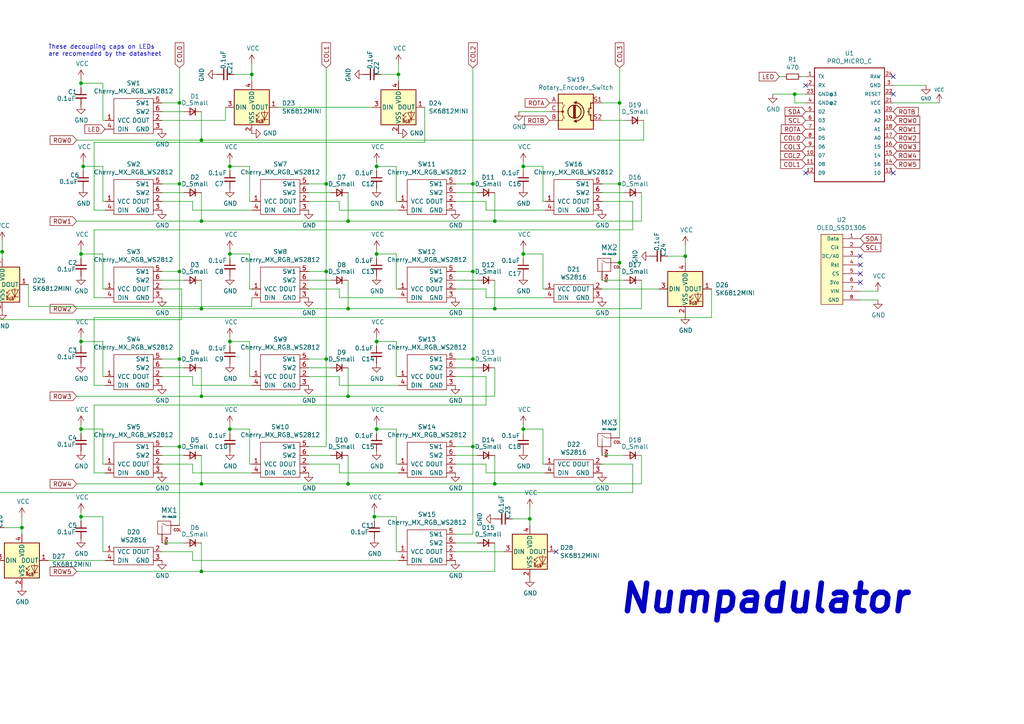
<source format=kicad_sch>
(kicad_sch (version 20211123) (generator eeschema)
  (paper "A4")
  (junction (at 109.22 73.66))
  (junction (at 0.635 73.025))
  (junction (at 23.495 73.66))
  (junction (at 58.42 89.535))
  (junction (at 179.705 53.34))
  (junction (at 52.07 78.74))
  (junction (at 151.765 48.26))
  (junction (at 66.675 99.06))
  (junction (at 94.615 78.74))
  (junction (at 66.675 124.46))
  (junction (at 58.42 165.735))
  (junction (at 23.495 149.86))
  (junction (at 198.755 74.295))
  (junction (at 179.705 29.845))
  (junction (at 52.07 53.34))
  (junction (at 52.07 129.54))
  (junction (at 58.42 114.935))
  (junction (at 137.16 78.74))
  (junction (at 109.22 99.06))
  (junction (at 66.675 48.26))
  (junction (at 24.13 48.26))
  (junction (at 100.965 89.535))
  (junction (at 108.585 149.86))
  (junction (at 100.965 64.135))
  (junction (at 137.16 104.14))
  (junction (at 52.07 104.14))
  (junction (at 52.07 29.845))
  (junction (at 109.22 48.26))
  (junction (at 115.57 21.59))
  (junction (at 137.16 53.34))
  (junction (at 94.615 104.14))
  (junction (at 100.965 114.935))
  (junction (at 179.705 76.2))
  (junction (at 6.35 153.035))
  (junction (at 230.505 27.305))
  (junction (at 66.675 73.66))
  (junction (at 137.16 129.54))
  (junction (at 153.67 150.495))
  (junction (at 58.42 40.64))
  (junction (at 58.42 140.335))
  (junction (at 58.42 64.135))
  (junction (at 94.615 53.34))
  (junction (at 23.495 24.13))
  (junction (at 23.495 124.46))
  (junction (at 143.51 89.535))
  (junction (at 23.495 99.06))
  (junction (at 143.51 140.335))
  (junction (at 109.22 124.46))
  (junction (at 151.765 124.46))
  (junction (at 73.025 21.59))
  (junction (at 151.765 73.66))
  (junction (at 100.965 140.335))
  (junction (at 143.51 64.135))
  (no_connect (at 249.555 76.835))
  (no_connect (at 259.08 27.305))
  (no_connect (at 233.68 24.765))
  (no_connect (at 249.555 79.375))
  (no_connect (at 259.08 22.225))
  (no_connect (at 233.68 50.165))
  (no_connect (at 161.29 160.02))
  (no_connect (at 259.08 50.165))
  (no_connect (at 249.555 81.915))
  (no_connect (at 249.555 74.295))
  (wire (pts (xy 114.935 99.06) (xy 114.935 109.22)))
  (wire (pts (xy 183.515 66.675) (xy 27.305 66.675)))
  (wire (pts (xy 183.515 58.42) (xy 183.515 66.675)))
  (wire (pts (xy 140.97 137.16) (xy 158.115 137.16)))
  (wire (pts (xy 174.625 58.42) (xy 183.515 58.42)))
  (wire (pts (xy 66.675 73.66) (xy 66.675 72.39)))
  (wire (pts (xy 115.57 160.02) (xy 114.935 160.02)))
  (wire (pts (xy 100.965 89.535) (xy 143.51 89.535)))
  (wire (pts (xy 89.535 81.28) (xy 95.885 81.28)))
  (wire (pts (xy 98.425 86.36) (xy 115.57 86.36)))
  (wire (pts (xy 98.425 58.42) (xy 98.425 60.96)))
  (wire (pts (xy 98.425 109.22) (xy 98.425 111.76)))
  (wire (pts (xy 109.22 74.93) (xy 109.22 73.66)))
  (wire (pts (xy 114.935 48.26) (xy 114.935 58.42)))
  (wire (pts (xy 114.935 149.86) (xy 114.935 160.02)))
  (wire (pts (xy 132.08 129.54) (xy 137.16 129.54)))
  (wire (pts (xy 24.13 48.26) (xy 29.845 48.26)))
  (wire (pts (xy 109.22 48.26) (xy 114.935 48.26)))
  (wire (pts (xy 249.555 86.995) (xy 254.635 86.995)))
  (wire (pts (xy 148.59 150.495) (xy 153.67 150.495)))
  (wire (pts (xy 159.385 32.385) (xy 150.495 32.385)))
  (wire (pts (xy 58.42 55.88) (xy 58.42 64.135)))
  (wire (pts (xy 22.225 64.135) (xy 58.42 64.135)))
  (wire (pts (xy 30.48 83.82) (xy 29.845 83.82)))
  (wire (pts (xy -10.795 162.56) (xy -1.27 162.56)))
  (wire (pts (xy 73.025 21.59) (xy 73.025 23.495)))
  (wire (pts (xy 259.08 29.845) (xy 272.415 29.845)))
  (wire (pts (xy 30.48 58.42) (xy 29.845 58.42)))
  (wire (pts (xy 67.945 21.59) (xy 73.025 21.59)))
  (wire (pts (xy 89.535 106.68) (xy 95.885 106.68)))
  (wire (pts (xy 0.635 73.025) (xy 0.635 69.85)))
  (wire (pts (xy 23.495 74.93) (xy 23.495 73.66)))
  (wire (pts (xy 58.42 132.08) (xy 58.42 140.335)))
  (wire (pts (xy 143.51 114.935) (xy 100.965 114.935)))
  (wire (pts (xy 143.51 81.28) (xy 143.51 89.535)))
  (wire (pts (xy 100.965 55.88) (xy 100.965 64.135)))
  (wire (pts (xy 29.845 149.86) (xy 29.845 160.02)))
  (wire (pts (xy 109.22 99.06) (xy 114.935 99.06)))
  (wire (pts (xy 58.42 89.535) (xy 100.965 89.535)))
  (wire (pts (xy 6.35 153.035) (xy 6.35 154.94)))
  (wire (pts (xy 66.675 49.53) (xy 66.675 48.26)))
  (wire (pts (xy 23.495 99.06) (xy 23.495 97.79)))
  (wire (pts (xy 132.08 109.22) (xy 140.97 109.22)))
  (wire (pts (xy 186.055 55.88) (xy 186.055 64.135)))
  (wire (pts (xy 23.495 151.13) (xy 23.495 149.86)))
  (wire (pts (xy 30.48 34.925) (xy 29.845 34.925)))
  (wire (pts (xy 27.305 66.675) (xy 27.305 86.36)))
  (wire (pts (xy 65.405 34.925) (xy 65.405 31.115)))
  (wire (pts (xy 137.16 129.54) (xy 137.16 154.94)))
  (wire (pts (xy 46.99 32.385) (xy 53.34 32.385)))
  (wire (pts (xy 109.22 49.53) (xy 109.22 48.26)))
  (wire (pts (xy 46.99 134.62) (xy 55.88 134.62)))
  (wire (pts (xy 157.48 73.66) (xy 157.48 83.82)))
  (wire (pts (xy 98.425 60.96) (xy 115.57 60.96)))
  (wire (pts (xy 46.99 109.22) (xy 55.88 109.22)))
  (wire (pts (xy 23.495 125.73) (xy 23.495 124.46)))
  (wire (pts (xy 132.08 154.94) (xy 137.16 154.94)))
  (wire (pts (xy 174.625 53.34) (xy 179.705 53.34)))
  (wire (pts (xy 123.19 31.115) (xy 123.19 41.275)))
  (wire (pts (xy 140.97 60.96) (xy 158.115 60.96)))
  (wire (pts (xy 27.305 86.36) (xy 30.48 86.36)))
  (wire (pts (xy 109.22 124.46) (xy 114.935 124.46)))
  (wire (pts (xy 183.515 134.62) (xy 183.515 142.875)))
  (wire (pts (xy 132.08 53.34) (xy 137.16 53.34)))
  (wire (pts (xy 89.535 109.22) (xy 98.425 109.22)))
  (wire (pts (xy 24.13 49.53) (xy 24.13 48.26)))
  (wire (pts (xy 132.08 132.08) (xy 138.43 132.08)))
  (wire (pts (xy 27.305 92.075) (xy 206.375 92.075)))
  (wire (pts (xy 52.07 104.14) (xy 52.07 129.54)))
  (wire (pts (xy 143.51 132.08) (xy 143.51 140.335)))
  (wire (pts (xy 137.16 78.74) (xy 137.16 104.14)))
  (wire (pts (xy 137.16 104.14) (xy 137.16 129.54)))
  (wire (pts (xy 30.48 160.02) (xy 29.845 160.02)))
  (wire (pts (xy 206.375 83.82) (xy 206.375 92.075)))
  (wire (pts (xy 115.57 21.59) (xy 115.57 23.495)))
  (wire (pts (xy 66.675 48.26) (xy 66.675 46.99)))
  (wire (pts (xy 89.535 55.88) (xy 95.885 55.88)))
  (wire (pts (xy 153.67 150.495) (xy 153.67 147.32)))
  (wire (pts (xy 186.055 132.08) (xy 186.055 140.335)))
  (wire (pts (xy 46.99 58.42) (xy 55.88 58.42)))
  (wire (pts (xy 227.33 22.225) (xy 226.06 22.225)))
  (wire (pts (xy 89.535 58.42) (xy 98.425 58.42)))
  (wire (pts (xy 55.88 134.62) (xy 55.88 137.16)))
  (wire (pts (xy 174.625 29.845) (xy 179.705 29.845)))
  (wire (pts (xy 108.585 149.86) (xy 108.585 148.59)))
  (wire (pts (xy 132.08 81.28) (xy 138.43 81.28)))
  (wire (pts (xy 23.495 124.46) (xy 23.495 123.19)))
  (wire (pts (xy 89.535 134.62) (xy 98.425 134.62)))
  (wire (pts (xy 55.88 58.42) (xy 55.88 60.96)))
  (wire (pts (xy 6.35 153.035) (xy 6.35 149.86)))
  (wire (pts (xy 8.255 88.9) (xy 73.025 88.9)))
  (wire (pts (xy 132.08 104.14) (xy 137.16 104.14)))
  (wire (pts (xy 100.965 81.28) (xy 100.965 89.535)))
  (wire (pts (xy 151.765 48.26) (xy 157.48 48.26)))
  (wire (pts (xy 100.965 106.68) (xy 100.965 114.935)))
  (wire (pts (xy 1.27 153.035) (xy 6.35 153.035)))
  (wire (pts (xy 109.22 100.33) (xy 109.22 99.06)))
  (wire (pts (xy 13.97 162.56) (xy 30.48 162.56)))
  (wire (pts (xy 158.115 58.42) (xy 157.48 58.42)))
  (wire (pts (xy 22.225 114.935) (xy 58.42 114.935)))
  (wire (pts (xy 29.845 24.13) (xy 29.845 34.925)))
  (wire (pts (xy 132.08 55.88) (xy 138.43 55.88)))
  (wire (pts (xy 23.495 24.13) (xy 23.495 22.86)))
  (wire (pts (xy 55.88 137.16) (xy 73.025 137.16)))
  (wire (pts (xy 98.425 111.76) (xy 115.57 111.76)))
  (wire (pts (xy 46.99 106.68) (xy 53.34 106.68)))
  (wire (pts (xy 153.67 150.495) (xy 153.67 152.4)))
  (wire (pts (xy 94.615 104.14) (xy 94.615 129.54)))
  (wire (pts (xy 27.305 60.96) (xy 30.48 60.96)))
  (wire (pts (xy 193.675 74.295) (xy 198.755 74.295)))
  (wire (pts (xy 46.99 29.845) (xy 52.07 29.845)))
  (wire (pts (xy 151.765 73.66) (xy 151.765 72.39)))
  (wire (pts (xy 29.845 99.06) (xy 29.845 109.22)))
  (wire (pts (xy 132.08 160.02) (xy 146.05 160.02)))
  (wire (pts (xy 27.305 117.475) (xy 27.305 137.16)))
  (wire (pts (xy 46.99 53.34) (xy 52.07 53.34)))
  (wire (pts (xy 230.505 29.845) (xy 230.505 27.305)))
  (wire (pts (xy 52.07 29.845) (xy 52.07 53.34)))
  (wire (pts (xy 174.625 83.82) (xy 191.135 83.82)))
  (wire (pts (xy 58.42 64.135) (xy 100.965 64.135)))
  (wire (pts (xy 29.845 48.26) (xy 29.845 58.42)))
  (wire (pts (xy 132.08 134.62) (xy 140.97 134.62)))
  (wire (pts (xy 23.495 25.4) (xy 23.495 24.13)))
  (wire (pts (xy 140.97 117.475) (xy 27.305 117.475)))
  (wire (pts (xy 151.765 48.26) (xy 151.765 46.99)))
  (wire (pts (xy 73.025 134.62) (xy 72.39 134.62)))
  (wire (pts (xy 115.57 83.82) (xy 114.935 83.82)))
  (wire (pts (xy 109.22 48.26) (xy 109.22 46.99)))
  (wire (pts (xy 52.07 129.54) (xy 52.07 152.4)))
  (wire (pts (xy 249.555 84.455) (xy 254.635 84.455)))
  (wire (pts (xy 55.88 160.02) (xy 55.88 162.56)))
  (wire (pts (xy 46.99 157.48) (xy 53.34 157.48)))
  (wire (pts (xy 30.48 109.22) (xy 29.845 109.22)))
  (wire (pts (xy 8.255 82.55) (xy 8.255 88.9)))
  (wire (pts (xy 198.755 74.295) (xy 198.755 71.12)))
  (wire (pts (xy 109.22 124.46) (xy 109.22 123.19)))
  (wire (pts (xy 52.07 78.74) (xy 52.07 104.14)))
  (wire (pts (xy 230.505 27.305) (xy 224.155 27.305)))
  (wire (pts (xy 30.48 134.62) (xy 29.845 134.62)))
  (wire (pts (xy 143.51 106.68) (xy 143.51 114.935)))
  (wire (pts (xy 174.625 134.62) (xy 183.515 134.62)))
  (wire (pts (xy 72.39 99.06) (xy 72.39 109.22)))
  (wire (pts (xy 140.97 134.62) (xy 140.97 137.16)))
  (wire (pts (xy 151.765 125.73) (xy 151.765 124.46)))
  (wire (pts (xy 151.765 124.46) (xy 151.765 123.19)))
  (wire (pts (xy 23.495 24.13) (xy 29.845 24.13)))
  (wire (pts (xy 66.675 99.06) (xy 72.39 99.06)))
  (wire (pts (xy 174.625 34.925) (xy 181.61 34.925)))
  (wire (pts (xy 66.675 48.26) (xy 72.39 48.26)))
  (wire (pts (xy 72.39 48.26) (xy 72.39 58.42)))
  (wire (pts (xy 46.99 55.88) (xy 53.34 55.88)))
  (wire (pts (xy 151.765 124.46) (xy 157.48 124.46)))
  (wire (pts (xy 73.025 83.82) (xy 72.39 83.82)))
  (wire (pts (xy 46.99 104.14) (xy 52.07 104.14)))
  (wire (pts (xy 94.615 53.34) (xy 94.615 78.74)))
  (wire (pts (xy 80.645 31.115) (xy 107.95 31.115)))
  (wire (pts (xy 23.495 100.33) (xy 23.495 99.06)))
  (wire (pts (xy 174.625 55.88) (xy 180.975 55.88)))
  (wire (pts (xy 89.535 83.82) (xy 98.425 83.82)))
  (wire (pts (xy 259.08 24.765) (xy 268.605 24.765)))
  (wire (pts (xy 132.08 106.68) (xy 138.43 106.68)))
  (wire (pts (xy 52.07 53.34) (xy 52.07 78.74)))
  (wire (pts (xy 24.13 48.26) (xy 24.13 46.99)))
  (wire (pts (xy 108.585 151.13) (xy 108.585 149.86)))
  (wire (pts (xy 143.51 64.135) (xy 186.055 64.135)))
  (wire (pts (xy 23.495 149.86) (xy 29.845 149.86)))
  (wire (pts (xy 0.635 73.025) (xy 0.635 74.93)))
  (wire (pts (xy 179.705 29.845) (xy 179.705 19.685)))
  (wire (pts (xy 89.535 53.34) (xy 94.615 53.34)))
  (wire (pts (xy 143.51 89.535) (xy 186.055 89.535)))
  (wire (pts (xy 46.99 83.82) (xy 52.705 83.82)))
  (wire (pts (xy 137.16 53.34) (xy 137.16 78.74)))
  (wire (pts (xy 233.68 22.225) (xy 232.41 22.225)))
  (wire (pts (xy 66.675 100.33) (xy 66.675 99.06)))
  (wire (pts (xy 29.845 124.46) (xy 29.845 134.62)))
  (wire (pts (xy 73.025 60.96) (xy 55.88 60.96)))
  (wire (pts (xy 46.99 160.02) (xy 55.88 160.02)))
  (wire (pts (xy 23.495 73.66) (xy 23.495 72.39)))
  (wire (pts (xy 179.705 53.34) (xy 179.705 29.845)))
  (wire (pts (xy 158.115 83.82) (xy 157.48 83.82)))
  (wire (pts (xy 198.755 74.295) (xy 198.755 76.2)))
  (wire (pts (xy 89.535 104.14) (xy 94.615 104.14)))
  (wire (pts (xy 151.765 49.53) (xy 151.765 48.26)))
  (wire (pts (xy 114.935 124.46) (xy 114.935 134.62)))
  (wire (pts (xy 132.08 157.48) (xy 138.43 157.48)))
  (wire (pts (xy 46.99 129.54) (xy 52.07 129.54)))
  (wire (pts (xy 73.025 58.42) (xy 72.39 58.42)))
  (wire (pts (xy 73.025 88.9) (xy 73.025 86.36)))
  (wire (pts (xy 115.57 109.22) (xy 114.935 109.22)))
  (wire (pts (xy 115.57 58.42) (xy 114.935 58.42)))
  (wire (pts (xy 140.97 86.36) (xy 158.115 86.36)))
  (wire (pts (xy 55.88 162.56) (xy 115.57 162.56)))
  (wire (pts (xy 72.39 124.46) (xy 72.39 134.62)))
  (wire (pts (xy 233.68 27.305) (xy 230.505 27.305)))
  (wire (pts (xy 52.705 92.71) (xy -6.985 92.71)))
  (wire (pts (xy 132.08 78.74) (xy 137.16 78.74)))
  (wire (pts (xy 29.845 73.66) (xy 29.845 83.82)))
  (wire (pts (xy 174.625 132.08) (xy 180.975 132.08)))
  (wire (pts (xy 23.495 73.66) (xy 29.845 73.66)))
  (wire (pts (xy 52.07 19.685) (xy 52.07 29.845)))
  (wire (pts (xy 115.57 21.59) (xy 115.57 18.415)))
  (wire (pts (xy 94.615 19.685) (xy 94.615 53.34)))
  (wire (pts (xy 143.51 140.335) (xy 186.055 140.335)))
  (wire (pts (xy 140.97 58.42) (xy 140.97 60.96)))
  (wire (pts (xy 58.42 114.935) (xy 100.965 114.935)))
  (wire (pts (xy 23.495 124.46) (xy 29.845 124.46)))
  (wire (pts (xy 98.425 134.62) (xy 98.425 137.16)))
  (wire (pts (xy 143.51 157.48) (xy 143.51 165.735)))
  (wire (pts (xy 100.965 140.335) (xy 143.51 140.335)))
  (wire (pts (xy 151.765 74.93) (xy 151.765 73.66)))
  (wire (pts (xy 46.99 81.28) (xy 53.34 81.28)))
  (wire (pts (xy 27.305 137.16) (xy 30.48 137.16)))
  (wire (pts (xy 52.705 83.82) (xy 52.705 92.71)))
  (wire (pts (xy 109.22 99.06) (xy 109.22 97.79)))
  (wire (pts (xy -4.445 73.025) (xy 0.635 73.025)))
  (wire (pts (xy 98.425 137.16) (xy 115.57 137.16)))
  (wire (pts (xy -10.795 142.875) (xy 183.515 142.875)))
  (wire (pts (xy 89.535 132.08) (xy 95.885 132.08)))
  (wire (pts (xy 186.69 34.925) (xy 186.69 40.64)))
  (wire (pts (xy 22.225 165.735) (xy 58.42 165.735)))
  (wire (pts (xy 55.88 109.22) (xy 55.88 111.76)))
  (wire (pts (xy 157.48 48.26) (xy 157.48 58.42)))
  (wire (pts (xy 58.42 40.64) (xy 22.225 40.64)))
  (wire (pts (xy 23.495 99.06) (xy 29.845 99.06)))
  (wire (pts (xy 46.99 34.925) (xy 65.405 34.925)))
  (wire (pts (xy -10.795 142.875) (xy -10.795 162.56)))
  (wire (pts (xy 23.495 149.86) (xy 23.495 148.59)))
  (wire (pts (xy 108.585 149.86) (xy 114.935 149.86)))
  (wire (pts (xy 46.99 78.74) (xy 52.07 78.74)))
  (wire (pts (xy 27.305 92.075) (xy 27.305 111.76)))
  (wire (pts (xy 100.965 132.08) (xy 100.965 140.335)))
  (wire (pts (xy 137.16 53.34) (xy 137.16 19.685)))
  (wire (pts (xy 143.51 55.88) (xy 143.51 64.135)))
  (wire (pts (xy 110.49 21.59) (xy 115.57 21.59)))
  (wire (pts (xy 132.08 83.82) (xy 140.97 83.82)))
  (wire (pts (xy 22.225 89.535) (xy 58.42 89.535)))
  (wire (pts (xy 58.42 140.335) (xy 100.965 140.335)))
  (wire (pts (xy 66.675 124.46) (xy 72.39 124.46)))
  (wire (pts (xy 140.97 83.82) (xy 140.97 86.36)))
  (wire (pts (xy 109.22 73.66) (xy 109.22 72.39)))
  (wire (pts (xy 27.305 41.275) (xy 27.305 60.96)))
  (wire (pts (xy 58.42 106.68) (xy 58.42 114.935)))
  (wire (pts (xy 22.225 140.335) (xy 58.42 140.335)))
  (wire (pts (xy 179.705 76.2) (xy 179.705 127)))
  (wire (pts (xy 140.97 109.22) (xy 140.97 117.475)))
  (wire (pts (xy 66.675 125.73) (xy 66.675 124.46)))
  (wire (pts (xy 66.675 73.66) (xy 72.39 73.66)))
  (wire (pts (xy 123.19 41.275) (xy 27.305 41.275)))
  (wire (pts (xy 89.535 129.54) (xy 94.615 129.54)))
  (wire (pts (xy 132.08 58.42) (xy 140.97 58.42)))
  (wire (pts (xy 179.705 53.34) (xy 179.705 76.2)))
  (wire (pts (xy 72.39 73.66) (xy 72.39 83.82)))
  (wire (pts (xy 151.765 73.66) (xy 157.48 73.66)))
  (wire (pts (xy 94.615 78.74) (xy 94.615 104.14)))
  (wire (pts (xy 174.625 81.28) (xy 180.975 81.28)))
  (wire (pts (xy 58.42 40.64) (xy 186.69 40.64)))
  (wire (pts (xy 157.48 124.46) (xy 157.48 134.62)))
  (wire (pts (xy 27.305 111.76) (xy 30.48 111.76)))
  (wire (pts (xy 55.88 111.76) (xy 73.025 111.76)))
  (wire (pts (xy 89.535 78.74) (xy 94.615 78.74)))
  (wire (pts (xy 73.025 21.59) (xy 73.025 18.415)))
  (wire (pts (xy 98.425 83.82) (xy 98.425 86.36)))
  (wire (pts (xy 73.025 109.22) (xy 72.39 109.22)))
  (wire (pts (xy 158.115 134.62) (xy 157.48 134.62)))
  (wire (pts (xy 58.42 32.385) (xy 58.42 40.64)))
  (wire (pts (xy 233.68 29.845) (xy 230.505 29.845)))
  (wire (pts (xy 58.42 81.28) (xy 58.42 89.535)))
  (wire (pts (xy 58.42 165.735) (xy 143.51 165.735)))
  (wire (pts (xy 58.42 157.48) (xy 58.42 165.735)))
  (wire (pts (xy 114.935 73.66) (xy 114.935 83.82)))
  (wire (pts (xy 109.22 125.73) (xy 109.22 124.46)))
  (wire (pts (xy 66.675 74.93) (xy 66.675 73.66)))
  (wire (pts (xy 109.22 73.66) (xy 114.935 73.66)))
  (wire (pts (xy 66.675 99.06) (xy 66.675 97.79)))
  (wire (pts (xy 46.99 132.08) (xy 53.34 132.08)))
  (wire (pts (xy 100.965 64.135) (xy 143.51 64.135)))
  (wire (pts (xy -6.985 92.71) (xy -6.985 82.55)))
  (wire (pts (xy 115.57 134.62) (xy 114.935 134.62)))
  (wire (pts (xy 186.055 81.28) (xy 186.055 89.535)))
  (wire (pts (xy 66.675 124.46) (xy 66.675 123.19)))
  (text "Numpadulator" (at 179.07 178.435 0) (effects (font (size 8.001 8.001) (thickness 1.6002) bold italic) (justify left bottom)))
  (text "These decoupling caps on LEDs\nare recomended by the datasheet" (at 13.97 16.51 0) (effects (font (size 1.27 1.27)) (justify left bottom)))
  (global_label "ROW1" (shape input) (at 22.225 64.135 180) (property "Intersheet References" "${INTERSHEET_REFS}" (effects hide)))
  (global_label "COL3" (shape input) (at 233.68 42.545 180) (property "Intersheet References" "${INTERSHEET_REFS}" (effects hide)))
  (global_label "COL2" (shape input) (at 233.68 45.085 180) (property "Intersheet References" "${INTERSHEET_REFS}" (effects hide)))
  (global_label "ROW1" (shape input) (at 259.08 37.465 0) (property "Intersheet References" "${INTERSHEET_REFS}" (effects hide)))
  (global_label "ROW0" (shape input) (at 22.225 40.64 180) (property "Intersheet References" "${INTERSHEET_REFS}" (effects hide)))
  (global_label "LED" (shape input) (at 30.48 37.465 180) (property "Intersheet References" "${INTERSHEET_REFS}" (effects hide)))
  (global_label "ROW5" (shape input) (at 22.225 165.735 180) (property "Intersheet References" "${INTERSHEET_REFS}" (effects hide)))
  (global_label "COL0" (shape input) (at 233.68 40.005 180) (property "Intersheet References" "${INTERSHEET_REFS}" (effects hide)))
  (global_label "ROW5" (shape input) (at 259.08 47.625 0) (property "Intersheet References" "${INTERSHEET_REFS}" (effects hide)))
  (global_label "ROTA" (shape input) (at 159.385 29.845 180) (property "Intersheet References" "${INTERSHEET_REFS}" (effects hide)))
  (global_label "COL3" (shape input) (at 179.705 19.685 90) (property "Intersheet References" "${INTERSHEET_REFS}" (effects hide)))
  (global_label "ROTB" (shape input) (at 159.385 34.925 180) (property "Intersheet References" "${INTERSHEET_REFS}" (effects hide)))
  (global_label "ROTB" (shape input) (at 259.08 32.385 0) (property "Intersheet References" "${INTERSHEET_REFS}" (effects hide)))
  (global_label "ROW2" (shape input) (at 22.225 89.535 180) (property "Intersheet References" "${INTERSHEET_REFS}" (effects hide)))
  (global_label "COL0" (shape input) (at 52.07 19.685 90) (property "Intersheet References" "${INTERSHEET_REFS}" (effects hide)))
  (global_label "ROW3" (shape input) (at 22.225 114.935 180) (property "Intersheet References" "${INTERSHEET_REFS}" (effects hide)))
  (global_label "ROW4" (shape input) (at 22.225 140.335 180) (property "Intersheet References" "${INTERSHEET_REFS}" (effects hide)))
  (global_label "LED" (shape input) (at 226.06 22.225 180) (property "Intersheet References" "${INTERSHEET_REFS}" (effects hide)))
  (global_label "SDA" (shape input) (at 233.68 32.385 180) (property "Intersheet References" "${INTERSHEET_REFS}" (effects hide)))
  (global_label "COL2" (shape input) (at 137.16 19.685 90) (property "Intersheet References" "${INTERSHEET_REFS}" (effects hide)))
  (global_label "SDA" (shape input) (at 249.555 69.215 0) (property "Intersheet References" "${INTERSHEET_REFS}" (effects hide)))
  (global_label "SCL" (shape input) (at 233.68 34.925 180) (property "Intersheet References" "${INTERSHEET_REFS}" (effects hide)))
  (global_label "ROW4" (shape input) (at 259.08 45.085 0) (property "Intersheet References" "${INTERSHEET_REFS}" (effects hide)))
  (global_label "SCL" (shape input) (at 249.555 71.755 0) (property "Intersheet References" "${INTERSHEET_REFS}" (effects hide)))
  (global_label "ROW2" (shape input) (at 259.08 40.005 0) (property "Intersheet References" "${INTERSHEET_REFS}" (effects hide)))
  (global_label "COL1" (shape input) (at 233.68 47.625 180) (property "Intersheet References" "${INTERSHEET_REFS}" (effects hide)))
  (global_label "ROW0" (shape input) (at 259.08 34.925 0) (property "Intersheet References" "${INTERSHEET_REFS}" (effects hide)))
  (global_label "ROW3" (shape input) (at 259.08 42.545 0) (property "Intersheet References" "${INTERSHEET_REFS}" (effects hide)))
  (global_label "ROTA" (shape input) (at 233.68 37.465 180) (property "Intersheet References" "${INTERSHEET_REFS}" (effects hide)))
  (global_label "COL1" (shape input) (at 94.615 19.685 90) (property "Intersheet References" "${INTERSHEET_REFS}" (effects hide)))
  (symbol (lib_id "PRO_MICRO_C:PRO_MICRO_C") (at 246.38 34.925 0) (unit 1)
    (property "Reference" "U1" (at 246.38 15.4432 0))
    (property "Value" "PRO_MICRO_C" (at 246.38 17.7546 0))
    (property "Footprint" "SparkFun-Boards:PRO_MICRO_C" (effects hide))
  )
  (symbol (lib_id "Numpadulator-rescue:Rotary_Encoder_Switch-Device") (at 167.005 32.385 0) (unit 1)
    (property "Reference" "SW19" (at 167.005 23.0632 0))
    (property "Value" "Rotary_Encoder_Switch" (at 167.005 25.3746 0))
    (property "Footprint" "Custom-parts:XDCR_PEC11R-4215F-S0024" (effects hide))
  )
  (symbol (lib_id "Custom_Library:OLED_SSD1306") (at 240.665 78.105 270) (unit 1)
    (property "Reference" "U2" (at 244.0432 63.754 90))
    (property "Value" "OLED_SSD1306" (at 244.0432 66.0654 90))
    (property "Footprint" "Display:Adafruit_SSD1306" (effects hide))
  )
  (symbol (lib_id "Numpadulator-rescue:VCC-power") (at 254.635 84.455 0) (unit 1)
    (property "Reference" "#PWR0101" (effects hide))
    (property "Value" "VCC" (at 255.016 80.0608 0))
  )
  (symbol (lib_id "Numpadulator-rescue:GND-power") (at 254.635 86.995 0) (unit 1)
    (property "Reference" "#PWR0102" (effects hide))
    (property "Value" "GND" (at 254.762 91.3892 0))
  )
  (symbol (lib_id "Numpadulator-rescue:VCC-power") (at 272.415 29.845 0) (unit 1)
    (property "Reference" "#PWR0105" (effects hide))
    (property "Value" "VCC" (at 272.415 26.035 0) (effects (font (size 0.9906 0.9906))))
  )
  (symbol (lib_id "Numpadulator-rescue:GND-power") (at 150.495 32.385 0) (unit 1)
    (property "Reference" "#PWR0103" (effects hide))
    (property "Value" "GND" (at 150.622 36.7792 0))
  )
  (symbol (lib_id "Numpadulator-rescue:GND-power") (at 268.605 24.765 0) (unit 1)
    (property "Reference" "#PWR0104" (effects hide))
    (property "Value" "GND" (at 268.605 28.575 0) (effects (font (size 0.9906 0.9906))))
  )
  (symbol (lib_id "Custom_Library:Cherry_MX_RGB_WS2812") (at 38.735 36.195 0) (unit 1)
    (property "Reference" "SW1" (at 38.735 24.13 0))
    (property "Value" "Cherry_MX_RGB_WS2812" (at 38.735 26.4414 0))
    (property "Footprint" "Custom-parts:Cherry-MX_PCB-Mounted_SK6812-MINI-E_Kailh_Socket" (effects hide))
  )
  (symbol (lib_id "Custom_Library:Cherry_MX_RGB_WS2812") (at 38.735 59.69 0) (unit 1)
    (property "Reference" "SW2" (at 38.735 47.625 0))
    (property "Value" "Cherry_MX_RGB_WS2812" (at 38.735 49.9364 0))
    (property "Footprint" "Custom-parts:Cherry-MX_PCB-Mounted_SK6812-MINI-E_Kailh_Socket" (effects hide))
  )
  (symbol (lib_id "Custom_Library:Cherry_MX_RGB_WS2812") (at 81.28 59.69 0) (unit 1)
    (property "Reference" "SW7" (at 81.28 47.625 0))
    (property "Value" "Cherry_MX_RGB_WS2812" (at 81.28 49.9364 0))
    (property "Footprint" "Custom-parts:Cherry-MX_PCB-Mounted_SK6812-MINI-E_Kailh_Socket" (effects hide))
  )
  (symbol (lib_id "Numpadulator-rescue:D_Small-Device") (at 55.88 32.385 180) (unit 1)
    (property "Reference" "D1" (at 56.515 27.94 0))
    (property "Value" "D_Small" (at 56.515 29.845 0))
    (property "Footprint" "Diode_SMD:D_SOD-123" (effects hide))
  )
  (symbol (lib_id "Numpadulator-rescue:D_Small-Device") (at 184.15 34.925 180) (unit 1)
    (property "Reference" "D19" (at 184.15 30.48 0))
    (property "Value" "D_Small" (at 184.15 32.385 0))
    (property "Footprint" "Diode_SMD:D_SOD-123" (effects hide))
  )
  (symbol (lib_id "Numpadulator-rescue:D_Small-Device") (at 55.88 55.88 180) (unit 1)
    (property "Reference" "D2" (at 56.515 51.435 0))
    (property "Value" "D_Small" (at 56.515 53.34 0))
    (property "Footprint" "Diode_SMD:D_SOD-123" (effects hide))
  )
  (symbol (lib_id "Numpadulator-rescue:D_Small-Device") (at 98.425 55.88 180) (unit 1)
    (property "Reference" "D7" (at 99.06 51.435 0))
    (property "Value" "D_Small" (at 99.06 53.34 0))
    (property "Footprint" "Diode_SMD:D_SOD-123" (effects hide))
  )
  (symbol (lib_id "Custom_Library:Cherry_MX_RGB_WS2812") (at 123.825 59.69 0) (unit 1)
    (property "Reference" "SW11" (at 123.825 47.625 0))
    (property "Value" "Cherry_MX_RGB_WS2812" (at 123.825 49.9364 0))
    (property "Footprint" "Custom-parts:Cherry-MX_PCB-Mounted_SK6812-MINI-E_Kailh_Socket" (effects hide))
  )
  (symbol (lib_id "Numpadulator-rescue:C_Small-Device") (at 109.22 52.07 0) (unit 1)
    (property "Reference" "C12" (at 104.775 53.34 0) (effects (justify left)))
    (property "Value" "0.1uF" (at 102.87 50.165 0) (effects (justify left)))
    (property "Footprint" "Capacitor_SMD:C_0805_2012Metric" (effects hide))
  )
  (symbol (lib_id "Numpadulator-rescue:GND-power") (at 109.22 54.61 0) (unit 1)
    (property "Reference" "#PWR0113" (effects hide))
    (property "Value" "GND" (at 109.347 59.0042 0))
  )
  (symbol (lib_id "Numpadulator-rescue:VCC-power") (at 109.22 46.99 0) (unit 1)
    (property "Reference" "#PWR0114" (effects hide))
    (property "Value" "VCC" (at 109.601 42.5958 0))
  )
  (symbol (lib_id "Numpadulator-rescue:D_Small-Device") (at 140.97 55.88 180) (unit 1)
    (property "Reference" "D11" (at 141.605 51.435 0))
    (property "Value" "D_Small" (at 141.605 53.34 0))
    (property "Footprint" "Diode_SMD:D_SOD-123" (effects hide))
  )
  (symbol (lib_id "Custom_Library:Cherry_MX_RGB_WS2812") (at 166.37 59.69 0) (unit 1)
    (property "Reference" "SW16" (at 166.37 47.625 0))
    (property "Value" "Cherry_MX_RGB_WS2812" (at 166.37 49.9364 0))
    (property "Footprint" "Custom-parts:Cherry-MX_PCB-Mounted_SK6812-MINI-E_Kailh_Socket" (effects hide))
  )
  (symbol (lib_id "Numpadulator-rescue:C_Small-Device") (at 151.765 52.07 0) (unit 1)
    (property "Reference" "C16" (at 147.32 53.34 0) (effects (justify left)))
    (property "Value" "0.1uF" (at 145.415 50.165 0) (effects (justify left)))
    (property "Footprint" "Capacitor_SMD:C_0805_2012Metric" (effects hide))
  )
  (symbol (lib_id "Numpadulator-rescue:GND-power") (at 151.765 54.61 0) (unit 1)
    (property "Reference" "#PWR0115" (effects hide))
    (property "Value" "GND" (at 151.892 59.0042 0))
  )
  (symbol (lib_id "Numpadulator-rescue:VCC-power") (at 151.765 46.99 0) (unit 1)
    (property "Reference" "#PWR0116" (effects hide))
    (property "Value" "VCC" (at 152.146 42.5958 0))
  )
  (symbol (lib_id "MX_Alps_Hybrid:MX-NoLED") (at 175.895 77.47 0) (unit 1)
    (property "Reference" "MX2" (at 176.7332 71.8058 0) (effects (font (size 1.524 1.524))))
    (property "Value" "MX-NoLED" (at 176.7332 73.6854 0) (effects (font (size 0.508 0.508))))
    (property "Footprint" "MX_Only:MXOnly-2U-Hotswap" (effects hide))
  )
  (symbol (lib_id "Numpadulator-rescue:D_Small-Device") (at 183.515 55.88 180) (unit 1)
    (property "Reference" "D16" (at 184.15 51.435 0))
    (property "Value" "D_Small" (at 184.15 53.34 0))
    (property "Footprint" "Diode_SMD:D_SOD-123" (effects hide))
  )
  (symbol (lib_id "MX_Alps_Hybrid:MX-NoLED") (at 175.895 128.27 0) (unit 1)
    (property "Reference" "MX3" (at 176.7332 122.6058 0) (effects (font (size 1.524 1.524))))
    (property "Value" "MX-NoLED" (at 176.7332 124.4854 0) (effects (font (size 0.508 0.508))))
    (property "Footprint" "MX_Only:MXOnly-2U-Hotswap" (effects hide))
  )
  (symbol (lib_id "MX_Alps_Hybrid:MX-NoLED") (at 48.26 153.67 0) (unit 1)
    (property "Reference" "MX1" (at 49.0982 148.0058 0) (effects (font (size 1.524 1.524))))
    (property "Value" "MX-NoLED" (at 49.0982 149.8854 0) (effects (font (size 0.508 0.508))))
    (property "Footprint" "MX_Only:MXOnly-2U-Hotswap" (effects hide))
  )
  (symbol (lib_id "Cherry_MX:WS2816") (at 166.37 85.09 0) (unit 1)
    (property "Reference" "D21" (at 166.37 78.105 0))
    (property "Value" "WS2816" (at 166.37 80.4164 0))
    (property "Footprint" "Custom-parts:SK6812-MINI-E" (effects hide))
  )
  (symbol (lib_id "Numpadulator-rescue:D_Small-Device") (at 98.425 81.28 180) (unit 1)
    (property "Reference" "D8" (at 99.06 76.835 0))
    (property "Value" "D_Small" (at 99.06 78.74 0))
    (property "Footprint" "Diode_SMD:D_SOD-123" (effects hide))
  )
  (symbol (lib_id "Numpadulator-rescue:D_Small-Device") (at 55.88 81.28 180) (unit 1)
    (property "Reference" "D3" (at 56.515 76.835 0))
    (property "Value" "D_Small" (at 56.515 78.74 0))
    (property "Footprint" "Diode_SMD:D_SOD-123" (effects hide))
  )
  (symbol (lib_id "Custom_Library:Cherry_MX_RGB_WS2812") (at 81.28 85.09 0) (unit 1)
    (property "Reference" "SW8" (at 81.28 73.025 0))
    (property "Value" "Cherry_MX_RGB_WS2812" (at 81.28 75.3364 0))
    (property "Footprint" "Custom-parts:Cherry-MX_PCB-Mounted_SK6812-MINI-E_Kailh_Socket" (effects hide))
  )
  (symbol (lib_id "Custom_Library:Cherry_MX_RGB_WS2812") (at 38.735 85.09 0) (unit 1)
    (property "Reference" "SW3" (at 38.735 73.025 0))
    (property "Value" "Cherry_MX_RGB_WS2812" (at 38.735 75.3364 0))
    (property "Footprint" "Custom-parts:Cherry-MX_PCB-Mounted_SK6812-MINI-E_Kailh_Socket" (effects hide))
  )
  (symbol (lib_id "Numpadulator-rescue:C_Small-Device") (at 23.495 77.47 0) (unit 1)
    (property "Reference" "C2" (at 19.685 76.2 0) (effects (justify left)))
    (property "Value" "0.1uF" (at 16.51 78.105 0) (effects (justify left)))
    (property "Footprint" "Capacitor_SMD:C_0805_2012Metric" (effects hide))
  )
  (symbol (lib_id "Numpadulator-rescue:GND-power") (at 23.495 80.01 0) (unit 1)
    (property "Reference" "#PWR0117" (effects hide))
    (property "Value" "GND" (at 23.622 84.4042 0))
  )
  (symbol (lib_id "Numpadulator-rescue:VCC-power") (at 23.495 72.39 0) (unit 1)
    (property "Reference" "#PWR0118" (effects hide))
    (property "Value" "VCC" (at 23.876 67.9958 0))
  )
  (symbol (lib_id "Numpadulator-rescue:C_Small-Device") (at 66.675 77.47 0) (unit 1)
    (property "Reference" "C8" (at 62.23 78.74 0) (effects (justify left)))
    (property "Value" "0.1uF" (at 60.325 75.565 0) (effects (justify left)))
    (property "Footprint" "Capacitor_SMD:C_0805_2012Metric" (effects hide))
  )
  (symbol (lib_id "Numpadulator-rescue:GND-power") (at 66.675 80.01 0) (unit 1)
    (property "Reference" "#PWR0119" (effects hide))
    (property "Value" "GND" (at 66.802 84.4042 0))
  )
  (symbol (lib_id "Numpadulator-rescue:VCC-power") (at 66.675 72.39 0) (unit 1)
    (property "Reference" "#PWR0120" (effects hide))
    (property "Value" "VCC" (at 67.056 67.9958 0))
  )
  (symbol (lib_id "Custom_Library:Cherry_MX_RGB_WS2812") (at 123.825 85.09 0) (unit 1)
    (property "Reference" "SW12" (at 123.825 73.025 0))
    (property "Value" "Cherry_MX_RGB_WS2812" (at 123.825 75.3364 0))
    (property "Footprint" "Custom-parts:Cherry-MX_PCB-Mounted_SK6812-MINI-E_Kailh_Socket" (effects hide))
  )
  (symbol (lib_id "Numpadulator-rescue:C_Small-Device") (at 109.22 77.47 0) (unit 1)
    (property "Reference" "C13" (at 104.775 78.74 0) (effects (justify left)))
    (property "Value" "0.1uF" (at 102.87 75.565 0) (effects (justify left)))
    (property "Footprint" "Capacitor_SMD:C_0805_2012Metric" (effects hide))
  )
  (symbol (lib_id "Numpadulator-rescue:GND-power") (at 109.22 80.01 0) (unit 1)
    (property "Reference" "#PWR0121" (effects hide))
    (property "Value" "GND" (at 109.347 84.4042 0))
  )
  (symbol (lib_id "Numpadulator-rescue:VCC-power") (at 109.22 72.39 0) (unit 1)
    (property "Reference" "#PWR0122" (effects hide))
    (property "Value" "VCC" (at 109.601 67.9958 0))
  )
  (symbol (lib_id "Numpadulator-rescue:D_Small-Device") (at 140.97 81.28 180) (unit 1)
    (property "Reference" "D12" (at 141.605 76.835 0))
    (property "Value" "D_Small" (at 141.605 78.74 0))
    (property "Footprint" "Diode_SMD:D_SOD-123" (effects hide))
  )
  (symbol (lib_id "Numpadulator-rescue:C_Small-Device") (at 151.765 77.47 0) (unit 1)
    (property "Reference" "C17" (at 147.32 79.375 0) (effects (justify left)))
    (property "Value" "0.1uF" (at 145.415 75.565 0) (effects (justify left)))
    (property "Footprint" "Capacitor_SMD:C_0805_2012Metric" (effects hide))
  )
  (symbol (lib_id "Numpadulator-rescue:GND-power") (at 151.765 80.01 0) (unit 1)
    (property "Reference" "#PWR0123" (effects hide))
    (property "Value" "GND" (at 151.892 84.4042 0))
  )
  (symbol (lib_id "Numpadulator-rescue:VCC-power") (at 151.765 72.39 0) (unit 1)
    (property "Reference" "#PWR0124" (effects hide))
    (property "Value" "VCC" (at 152.146 67.9958 0))
  )
  (symbol (lib_id "Numpadulator-rescue:D_Small-Device") (at 183.515 81.28 180) (unit 1)
    (property "Reference" "D17" (at 184.15 76.835 0))
    (property "Value" "D_Small" (at 184.15 78.74 0))
    (property "Footprint" "Diode_SMD:D_SOD-123" (effects hide))
  )
  (symbol (lib_id "Numpadulator-rescue:GND-power") (at 46.99 60.96 0) (unit 1)
    (property "Reference" "#PWR0125" (effects hide))
    (property "Value" "GND" (at 47.117 65.3542 0))
  )
  (symbol (lib_id "Numpadulator-rescue:GND-power") (at 89.535 60.96 0) (unit 1)
    (property "Reference" "#PWR0126" (effects hide))
    (property "Value" "GND" (at 89.662 65.3542 0))
  )
  (symbol (lib_id "Numpadulator-rescue:GND-power") (at 132.08 60.96 0) (unit 1)
    (property "Reference" "#PWR0127" (effects hide))
    (property "Value" "GND" (at 132.207 65.3542 0))
  )
  (symbol (lib_id "Numpadulator-rescue:GND-power") (at 174.625 60.96 0) (unit 1)
    (property "Reference" "#PWR0128" (effects hide))
    (property "Value" "GND" (at 174.752 65.3542 0))
  )
  (symbol (lib_id "Numpadulator-rescue:GND-power") (at 46.99 86.36 0) (unit 1)
    (property "Reference" "#PWR0129" (effects hide))
    (property "Value" "GND" (at 47.117 90.7542 0))
  )
  (symbol (lib_id "Numpadulator-rescue:GND-power") (at 89.535 86.36 0) (unit 1)
    (property "Reference" "#PWR0130" (effects hide))
    (property "Value" "GND" (at 89.662 90.7542 0))
  )
  (symbol (lib_id "Numpadulator-rescue:GND-power") (at 132.08 86.36 0) (unit 1)
    (property "Reference" "#PWR0131" (effects hide))
    (property "Value" "GND" (at 132.207 90.7542 0))
  )
  (symbol (lib_id "Numpadulator-rescue:GND-power") (at 174.625 86.36 0) (unit 1)
    (property "Reference" "#PWR0132" (effects hide))
    (property "Value" "GND" (at 174.752 90.7542 0))
  )
  (symbol (lib_id "Numpadulator-rescue:D_Small-Device") (at 98.425 106.68 180) (unit 1)
    (property "Reference" "D9" (at 99.06 102.235 0))
    (property "Value" "D_Small" (at 99.06 104.14 0))
    (property "Footprint" "Diode_SMD:D_SOD-123" (effects hide))
  )
  (symbol (lib_id "Numpadulator-rescue:D_Small-Device") (at 55.88 106.68 180) (unit 1)
    (property "Reference" "D4" (at 56.515 102.235 0))
    (property "Value" "D_Small" (at 56.515 104.14 0))
    (property "Footprint" "Diode_SMD:D_SOD-123" (effects hide))
  )
  (symbol (lib_id "Custom_Library:Cherry_MX_RGB_WS2812") (at 81.28 110.49 0) (unit 1)
    (property "Reference" "SW9" (at 81.28 98.425 0))
    (property "Value" "Cherry_MX_RGB_WS2812" (at 81.28 100.7364 0))
    (property "Footprint" "Custom-parts:Cherry-MX_PCB-Mounted_SK6812-MINI-E_Kailh_Socket" (effects hide))
  )
  (symbol (lib_id "Custom_Library:Cherry_MX_RGB_WS2812") (at 38.735 110.49 0) (unit 1)
    (property "Reference" "SW4" (at 38.735 98.425 0))
    (property "Value" "Cherry_MX_RGB_WS2812" (at 38.735 100.7364 0))
    (property "Footprint" "Custom-parts:Cherry-MX_PCB-Mounted_SK6812-MINI-E_Kailh_Socket" (effects hide))
  )
  (symbol (lib_id "Numpadulator-rescue:C_Small-Device") (at 23.495 102.87 0) (unit 1)
    (property "Reference" "C3" (at 19.685 101.6 0) (effects (justify left)))
    (property "Value" "0.1uF" (at 16.51 103.505 0) (effects (justify left)))
    (property "Footprint" "Capacitor_SMD:C_0805_2012Metric" (effects hide))
  )
  (symbol (lib_id "Numpadulator-rescue:GND-power") (at 23.495 105.41 0) (unit 1)
    (property "Reference" "#PWR0133" (effects hide))
    (property "Value" "GND" (at 23.622 109.8042 0))
  )
  (symbol (lib_id "Numpadulator-rescue:VCC-power") (at 23.495 97.79 0) (unit 1)
    (property "Reference" "#PWR0134" (effects hide))
    (property "Value" "VCC" (at 23.876 93.3958 0))
  )
  (symbol (lib_id "Numpadulator-rescue:C_Small-Device") (at 66.675 102.87 0) (unit 1)
    (property "Reference" "C9" (at 62.23 104.14 0) (effects (justify left)))
    (property "Value" "0.1uF" (at 60.325 100.965 0) (effects (justify left)))
    (property "Footprint" "Capacitor_SMD:C_0805_2012Metric" (effects hide))
  )
  (symbol (lib_id "Numpadulator-rescue:GND-power") (at 66.675 105.41 0) (unit 1)
    (property "Reference" "#PWR0135" (effects hide))
    (property "Value" "GND" (at 66.802 109.8042 0))
  )
  (symbol (lib_id "Numpadulator-rescue:VCC-power") (at 66.675 97.79 0) (unit 1)
    (property "Reference" "#PWR0136" (effects hide))
    (property "Value" "VCC" (at 67.056 93.3958 0))
  )
  (symbol (lib_id "Custom_Library:Cherry_MX_RGB_WS2812") (at 123.825 110.49 0) (unit 1)
    (property "Reference" "SW13" (at 123.825 98.425 0))
    (property "Value" "Cherry_MX_RGB_WS2812" (at 123.825 100.7364 0))
    (property "Footprint" "Custom-parts:Cherry-MX_PCB-Mounted_SK6812-MINI-E_Kailh_Socket" (effects hide))
  )
  (symbol (lib_id "Numpadulator-rescue:C_Small-Device") (at 109.22 102.87 0) (unit 1)
    (property "Reference" "C14" (at 104.775 104.14 0) (effects (justify left)))
    (property "Value" "0.1uF" (at 102.87 100.965 0) (effects (justify left)))
    (property "Footprint" "Capacitor_SMD:C_0805_2012Metric" (effects hide))
  )
  (symbol (lib_id "Numpadulator-rescue:GND-power") (at 109.22 105.41 0) (unit 1)
    (property "Reference" "#PWR0137" (effects hide))
    (property "Value" "GND" (at 109.347 109.8042 0))
  )
  (symbol (lib_id "Numpadulator-rescue:VCC-power") (at 109.22 97.79 0) (unit 1)
    (property "Reference" "#PWR0138" (effects hide))
    (property "Value" "VCC" (at 109.601 93.3958 0))
  )
  (symbol (lib_id "Numpadulator-rescue:D_Small-Device") (at 140.97 106.68 180) (unit 1)
    (property "Reference" "D13" (at 141.605 102.235 0))
    (property "Value" "D_Small" (at 141.605 104.14 0))
    (property "Footprint" "Diode_SMD:D_SOD-123" (effects hide))
  )
  (symbol (lib_id "Numpadulator-rescue:GND-power") (at 46.99 111.76 0) (unit 1)
    (property "Reference" "#PWR0139" (effects hide))
    (property "Value" "GND" (at 47.117 116.1542 0))
  )
  (symbol (lib_id "Numpadulator-rescue:GND-power") (at 89.535 111.76 0) (unit 1)
    (property "Reference" "#PWR0140" (effects hide))
    (property "Value" "GND" (at 89.662 116.1542 0))
  )
  (symbol (lib_id "Numpadulator-rescue:GND-power") (at 132.08 111.76 0) (unit 1)
    (property "Reference" "#PWR0141" (effects hide))
    (property "Value" "GND" (at 132.207 116.1542 0))
  )
  (symbol (lib_id "Cherry_MX:WS2816") (at 166.37 135.89 0) (unit 1)
    (property "Reference" "D22" (at 166.37 128.905 0))
    (property "Value" "WS2816" (at 166.37 131.2164 0))
    (property "Footprint" "Custom-parts:SK6812-MINI-E" (effects hide))
  )
  (symbol (lib_id "Numpadulator-rescue:D_Small-Device") (at 98.425 132.08 180) (unit 1)
    (property "Reference" "D10" (at 99.06 127.635 0))
    (property "Value" "D_Small" (at 99.06 129.54 0))
    (property "Footprint" "Diode_SMD:D_SOD-123" (effects hide))
  )
  (symbol (lib_id "Numpadulator-rescue:D_Small-Device") (at 55.88 132.08 180) (unit 1)
    (property "Reference" "D5" (at 56.515 127.635 0))
    (property "Value" "D_Small" (at 56.515 129.54 0))
    (property "Footprint" "Diode_SMD:D_SOD-123" (effects hide))
  )
  (symbol (lib_id "Custom_Library:Cherry_MX_RGB_WS2812") (at 81.28 135.89 0) (unit 1)
    (property "Reference" "SW10" (at 81.28 123.825 0))
    (property "Value" "Cherry_MX_RGB_WS2812" (at 81.28 126.1364 0))
    (property "Footprint" "Custom-parts:Cherry-MX_PCB-Mounted_SK6812-MINI-E_Kailh_Socket" (effects hide))
  )
  (symbol (lib_id "Custom_Library:Cherry_MX_RGB_WS2812") (at 38.735 135.89 0) (unit 1)
    (property "Reference" "SW5" (at 38.735 123.825 0))
    (property "Value" "Cherry_MX_RGB_WS2812" (at 38.735 126.1364 0))
    (property "Footprint" "Custom-parts:Cherry-MX_PCB-Mounted_SK6812-MINI-E_Kailh_Socket" (effects hide))
  )
  (symbol (lib_id "Numpadulator-rescue:C_Small-Device") (at 23.495 128.27 0) (unit 1)
    (property "Reference" "C4" (at 19.685 127 0) (effects (justify left)))
    (property "Value" "0.1uF" (at 16.51 128.905 0) (effects (justify left)))
    (property "Footprint" "Capacitor_SMD:C_0805_2012Metric" (effects hide))
  )
  (symbol (lib_id "Numpadulator-rescue:GND-power") (at 23.495 130.81 0) (unit 1)
    (property "Reference" "#PWR0142" (effects hide))
    (property "Value" "GND" (at 23.622 135.2042 0))
  )
  (symbol (lib_id "Numpadulator-rescue:VCC-power") (at 23.495 123.19 0) (unit 1)
    (property "Reference" "#PWR0143" (effects hide))
    (property "Value" "VCC" (at 23.876 118.7958 0))
  )
  (symbol (lib_id "Numpadulator-rescue:C_Small-Device") (at 66.675 128.27 0) (unit 1)
    (property "Reference" "C10" (at 62.23 129.54 0) (effects (justify left)))
    (property "Value" "0.1uF" (at 60.325 126.365 0) (effects (justify left)))
    (property "Footprint" "Capacitor_SMD:C_0805_2012Metric" (effects hide))
  )
  (symbol (lib_id "Numpadulator-rescue:GND-power") (at 66.675 130.81 0) (unit 1)
    (property "Reference" "#PWR0144" (effects hide))
    (property "Value" "GND" (at 66.802 135.2042 0))
  )
  (symbol (lib_id "Numpadulator-rescue:VCC-power") (at 66.675 123.19 0) (unit 1)
    (property "Reference" "#PWR0145" (effects hide))
    (property "Value" "VCC" (at 67.056 118.7958 0))
  )
  (symbol (lib_id "Custom_Library:Cherry_MX_RGB_WS2812") (at 123.825 135.89 0) (unit 1)
    (property "Reference" "SW14" (at 123.825 123.825 0))
    (property "Value" "Cherry_MX_RGB_WS2812" (at 123.825 126.1364 0))
    (property "Footprint" "Custom-parts:Cherry-MX_PCB-Mounted_SK6812-MINI-E_Kailh_Socket" (effects hide))
  )
  (symbol (lib_id "Numpadulator-rescue:C_Small-Device") (at 109.22 128.27 0) (unit 1)
    (property "Reference" "C15" (at 104.775 129.54 0) (effects (justify left)))
    (property "Value" "0.1uF" (at 102.87 126.365 0) (effects (justify left)))
    (property "Footprint" "Capacitor_SMD:C_0805_2012Metric" (effects hide))
  )
  (symbol (lib_id "Numpadulator-rescue:GND-power") (at 109.22 130.81 0) (unit 1)
    (property "Reference" "#PWR0146" (effects hide))
    (property "Value" "GND" (at 109.347 135.2042 0))
  )
  (symbol (lib_id "Numpadulator-rescue:VCC-power") (at 109.22 123.19 0) (unit 1)
    (property "Reference" "#PWR0147" (effects hide))
    (property "Value" "VCC" (at 109.601 118.7958 0))
  )
  (symbol (lib_id "Numpadulator-rescue:D_Small-Device") (at 140.97 132.08 180) (unit 1)
    (property "Reference" "D14" (at 141.605 127.635 0))
    (property "Value" "D_Small" (at 141.605 129.54 0))
    (property "Footprint" "Diode_SMD:D_SOD-123" (effects hide))
  )
  (symbol (lib_id "Numpadulator-rescue:C_Small-Device") (at 151.765 128.27 0) (unit 1)
    (property "Reference" "C18" (at 147.32 129.54 0) (effects (justify left)))
    (property "Value" "0.1uF" (at 145.415 126.365 0) (effects (justify left)))
    (property "Footprint" "Capacitor_SMD:C_0805_2012Metric" (effects hide))
  )
  (symbol (lib_id "Numpadulator-rescue:GND-power") (at 151.765 130.81 0) (unit 1)
    (property "Reference" "#PWR0148" (effects hide))
    (property "Value" "GND" (at 151.892 135.2042 0))
  )
  (symbol (lib_id "Numpadulator-rescue:VCC-power") (at 151.765 123.19 0) (unit 1)
    (property "Reference" "#PWR0149" (effects hide))
    (property "Value" "VCC" (at 152.146 118.7958 0))
  )
  (symbol (lib_id "Numpadulator-rescue:D_Small-Device") (at 183.515 132.08 180) (unit 1)
    (property "Reference" "D18" (at 184.15 127.635 0))
    (property "Value" "D_Small" (at 184.15 129.54 0))
    (property "Footprint" "Diode_SMD:D_SOD-123" (effects hide))
  )
  (symbol (lib_id "Numpadulator-rescue:GND-power") (at 46.99 137.16 0) (unit 1)
    (property "Reference" "#PWR0150" (effects hide))
    (property "Value" "GND" (at 47.117 141.5542 0))
  )
  (symbol (lib_id "Numpadulator-rescue:GND-power") (at 89.535 137.16 0) (unit 1)
    (property "Reference" "#PWR0151" (effects hide))
    (property "Value" "GND" (at 89.662 141.5542 0))
  )
  (symbol (lib_id "Numpadulator-rescue:GND-power") (at 132.08 137.16 0) (unit 1)
    (property "Reference" "#PWR0152" (effects hide))
    (property "Value" "GND" (at 132.207 141.5542 0))
  )
  (symbol (lib_id "Numpadulator-rescue:GND-power") (at 174.625 137.16 0) (unit 1)
    (property "Reference" "#PWR0153" (effects hide))
    (property "Value" "GND" (at 174.752 141.5542 0))
  )
  (symbol (lib_id "Cherry_MX:WS2816") (at 38.735 161.29 0) (unit 1)
    (property "Reference" "D20" (at 38.735 154.305 0))
    (property "Value" "WS2816" (at 38.735 156.6164 0))
    (property "Footprint" "Custom-parts:SK6812-MINI-E" (effects hide))
  )
  (symbol (lib_id "Numpadulator-rescue:C_Small-Device") (at 66.675 52.07 0) (unit 1)
    (property "Reference" "C7" (at 62.23 53.34 0) (effects (justify left)))
    (property "Value" "0.1uF" (at 60.325 50.165 0) (effects (justify left)))
    (property "Footprint" "Capacitor_SMD:C_0805_2012Metric" (effects hide))
  )
  (symbol (lib_id "Numpadulator-rescue:GND-power") (at 66.675 54.61 0) (unit 1)
    (property "Reference" "#PWR0107" (effects hide))
    (property "Value" "GND" (at 66.802 59.0042 0))
  )
  (symbol (lib_id "Numpadulator-rescue:VCC-power") (at 66.675 46.99 0) (unit 1)
    (property "Reference" "#PWR0110" (effects hide))
    (property "Value" "VCC" (at 67.056 42.5958 0))
  )
  (symbol (lib_id "Numpadulator-rescue:D_Small-Device") (at 55.88 157.48 180) (unit 1)
    (property "Reference" "D6" (at 56.515 153.035 0))
    (property "Value" "D_Small" (at 56.515 154.94 0))
    (property "Footprint" "Diode_SMD:D_SOD-123" (effects hide))
  )
  (symbol (lib_id "Numpadulator-rescue:C_Small-Device") (at 23.495 153.67 0) (unit 1)
    (property "Reference" "C5" (at 19.685 152.4 0) (effects (justify left)))
    (property "Value" "0.1uF" (at 16.51 154.305 0) (effects (justify left)))
    (property "Footprint" "Capacitor_SMD:C_0805_2012Metric" (effects hide))
  )
  (symbol (lib_id "Numpadulator-rescue:GND-power") (at 23.495 156.21 0) (unit 1)
    (property "Reference" "#PWR0154" (effects hide))
    (property "Value" "GND" (at 23.622 160.6042 0))
  )
  (symbol (lib_id "Numpadulator-rescue:VCC-power") (at 23.495 148.59 0) (unit 1)
    (property "Reference" "#PWR0155" (effects hide))
    (property "Value" "VCC" (at 23.876 144.1958 0))
  )
  (symbol (lib_id "Numpadulator-rescue:GND-power") (at 46.99 162.56 0) (unit 1)
    (property "Reference" "#PWR0156" (effects hide))
    (property "Value" "GND" (at 47.117 166.9542 0))
  )
  (symbol (lib_id "Numpadulator-rescue:D_Small-Device") (at 140.97 157.48 180) (unit 1)
    (property "Reference" "D15" (at 141.605 153.035 0))
    (property "Value" "D_Small" (at 141.605 154.94 0))
    (property "Footprint" "Diode_SMD:D_SOD-123" (effects hide))
  )
  (symbol (lib_id "Custom_Library:Cherry_MX_RGB_WS2812") (at 123.825 161.29 0) (unit 1)
    (property "Reference" "SW15" (at 123.825 149.225 0))
    (property "Value" "Cherry_MX_RGB_WS2812" (at 123.825 151.5364 0))
    (property "Footprint" "Custom-parts:Cherry-MX_PCB-Mounted_SK6812-MINI-E_Kailh_Socket" (effects hide))
  )
  (symbol (lib_id "Numpadulator-rescue:C_Small-Device") (at 108.585 153.67 0) (unit 1)
    (property "Reference" "C11" (at 104.775 152.4 0) (effects (justify left)))
    (property "Value" "0.1uF" (at 101.6 154.305 0) (effects (justify left)))
    (property "Footprint" "Capacitor_SMD:C_0805_2012Metric" (effects hide))
  )
  (symbol (lib_id "Numpadulator-rescue:GND-power") (at 108.585 156.21 0) (unit 1)
    (property "Reference" "#PWR0157" (effects hide))
    (property "Value" "GND" (at 108.712 160.6042 0))
  )
  (symbol (lib_id "Numpadulator-rescue:VCC-power") (at 108.585 148.59 0) (unit 1)
    (property "Reference" "#PWR0158" (effects hide))
    (property "Value" "VCC" (at 108.966 144.1958 0))
  )
  (symbol (lib_id "Numpadulator-rescue:GND-power") (at 132.08 162.56 0) (unit 1)
    (property "Reference" "#PWR0159" (effects hide))
    (property "Value" "GND" (at 132.207 166.9542 0))
  )
  (symbol (lib_id "Numpadulator-rescue:GND-power") (at 46.99 37.465 0) (unit 1)
    (property "Reference" "#PWR0160" (effects hide))
    (property "Value" "GND" (at 47.117 41.8592 0))
  )
  (symbol (lib_id "Numpadulator-rescue:GND-power") (at 224.155 27.305 0) (unit 1)
    (property "Reference" "#PWR0106" (effects hide))
    (property "Value" "GND" (at 224.282 31.6992 0))
  )
  (symbol (lib_id "Numpadulator-rescue:C_Small-Device") (at 23.495 27.94 0) (unit 1)
    (property "Reference" "C1" (at 19.685 26.67 0) (effects (justify left)))
    (property "Value" "0.1uF" (at 16.51 28.575 0) (effects (justify left)))
    (property "Footprint" "Capacitor_SMD:C_0805_2012Metric" (effects hide))
  )
  (symbol (lib_id "Numpadulator-rescue:GND-power") (at 23.495 30.48 0) (unit 1)
    (property "Reference" "#PWR0108" (effects hide))
    (property "Value" "GND" (at 23.622 34.8742 0))
  )
  (symbol (lib_id "Numpadulator-rescue:VCC-power") (at 23.495 22.86 0) (unit 1)
    (property "Reference" "#PWR0109" (effects hide))
    (property "Value" "VCC" (at 23.876 18.4658 0))
  )
  (symbol (lib_id "Numpadulator-rescue:C_Small-Device") (at 24.13 52.07 0) (unit 1)
    (property "Reference" "C6" (at 20.32 50.8 0) (effects (justify left)))
    (property "Value" "0.1uF" (at 17.145 52.705 0) (effects (justify left)))
    (property "Footprint" "Capacitor_SMD:C_0805_2012Metric" (effects hide))
  )
  (symbol (lib_id "Numpadulator-rescue:GND-power") (at 24.13 54.61 0) (unit 1)
    (property "Reference" "#PWR0111" (effects hide))
    (property "Value" "GND" (at 24.257 59.0042 0))
  )
  (symbol (lib_id "Numpadulator-rescue:VCC-power") (at 24.13 46.99 0) (unit 1)
    (property "Reference" "#PWR0112" (effects hide))
    (property "Value" "VCC" (at 24.511 42.5958 0))
  )
  (symbol (lib_id "Device:R_Small") (at 229.87 22.225 270) (unit 1)
    (property "Reference" "R1" (at 229.87 17.2466 90))
    (property "Value" "470" (at 229.87 19.558 90))
    (property "Footprint" "Resistor_SMD:R_0805_2012Metric" (effects hide))
  )
  (symbol (lib_id "LED:SK6812MINI") (at 73.025 31.115 0) (unit 1)
    (property "Reference" "D23" (at 81.7626 29.9466 0) (effects (justify left)))
    (property "Value" "SK6812MINI" (at 81.7626 32.258 0) (effects (justify left)))
    (property "Footprint" "LED_SMD:LED_SK6812MINI_PLCC4_3.5x3.5mm_P1.75mm" (effects hide))
    (property "Datasheet" "https://cdn-shop.adafruit.com/product-files/2686/SK6812MINI_REV.01-1-2.pdf" (effects hide))
  )
  (symbol (lib_id "LED:SK6812MINI") (at 115.57 31.115 0) (unit 1)
    (property "Reference" "D24" (at 124.3076 29.9466 0) (effects (justify left)))
    (property "Value" "SK6812MINI" (at 124.3076 32.258 0) (effects (justify left)))
    (property "Footprint" "LED_SMD:LED_SK6812MINI_PLCC4_3.5x3.5mm_P1.75mm" (effects hide))
    (property "Datasheet" "https://cdn-shop.adafruit.com/product-files/2686/SK6812MINI_REV.01-1-2.pdf" (effects hide))
  )
  (symbol (lib_id "LED:SK6812MINI") (at 0.635 82.55 0) (unit 1)
    (property "Reference" "D25" (at 9.3726 81.3816 0) (effects (justify left)))
    (property "Value" "SK6812MINI" (at 9.3726 83.693 0) (effects (justify left)))
    (property "Footprint" "LED_SMD:LED_SK6812MINI_PLCC4_3.5x3.5mm_P1.75mm" (effects hide))
    (property "Datasheet" "https://cdn-shop.adafruit.com/product-files/2686/SK6812MINI_REV.01-1-2.pdf" (effects hide))
  )
  (symbol (lib_id "LED:SK6812MINI") (at 198.755 83.82 0) (unit 1)
    (property "Reference" "D26" (at 207.4926 82.6516 0) (effects (justify left)))
    (property "Value" "SK6812MINI" (at 207.4926 84.963 0) (effects (justify left)))
    (property "Footprint" "LED_SMD:LED_SK6812MINI_PLCC4_3.5x3.5mm_P1.75mm" (effects hide))
    (property "Datasheet" "https://cdn-shop.adafruit.com/product-files/2686/SK6812MINI_REV.01-1-2.pdf" (effects hide))
  )
  (symbol (lib_id "LED:SK6812MINI") (at 6.35 162.56 0) (unit 1)
    (property "Reference" "D27" (at 15.0876 161.3916 0) (effects (justify left)))
    (property "Value" "SK6812MINI" (at 15.0876 163.703 0) (effects (justify left)))
    (property "Footprint" "LED_SMD:LED_SK6812MINI_PLCC4_3.5x3.5mm_P1.75mm" (effects hide))
    (property "Datasheet" "https://cdn-shop.adafruit.com/product-files/2686/SK6812MINI_REV.01-1-2.pdf" (effects hide))
  )
  (symbol (lib_id "LED:SK6812MINI") (at 153.67 160.02 0) (unit 1)
    (property "Reference" "D28" (at 162.4076 158.8516 0) (effects (justify left)))
    (property "Value" "SK6812MINI" (at 162.4076 161.163 0) (effects (justify left)))
    (property "Footprint" "LED_SMD:LED_SK6812MINI_PLCC4_3.5x3.5mm_P1.75mm" (effects hide))
    (property "Datasheet" "https://cdn-shop.adafruit.com/product-files/2686/SK6812MINI_REV.01-1-2.pdf" (effects hide))
  )
  (symbol (lib_id "Numpadulator-rescue:C_Small-Device") (at 65.405 21.59 270) (unit 1)
    (property "Reference" "C21" (at 66.675 17.78 0) (effects (justify left)))
    (property "Value" "0.1uF" (at 64.77 14.605 0) (effects (justify left)))
    (property "Footprint" "Capacitor_SMD:C_0805_2012Metric" (effects hide))
  )
  (symbol (lib_id "Numpadulator-rescue:GND-power") (at 62.865 21.59 270) (unit 1)
    (property "Reference" "#PWR0161" (effects hide))
    (property "Value" "GND" (at 58.4708 21.717 0))
  )
  (symbol (lib_id "power:VCC") (at 73.025 18.415 0) (unit 1)
    (property "Reference" "#PWR0162" (effects hide))
    (property "Value" "VCC" (at 73.406 14.0208 0))
  )
  (symbol (lib_id "power:GND") (at 73.025 38.735 90) (unit 1)
    (property "Reference" "#PWR0163" (effects hide))
    (property "Value" "GND" (at 76.2762 38.608 90) (effects (justify right)))
  )
  (symbol (lib_id "Numpadulator-rescue:C_Small-Device") (at 107.95 21.59 270) (unit 1)
    (property "Reference" "C22" (at 109.22 17.78 0) (effects (justify left)))
    (property "Value" "0.1uF" (at 107.315 14.605 0) (effects (justify left)))
    (property "Footprint" "Capacitor_SMD:C_0805_2012Metric" (effects hide))
  )
  (symbol (lib_id "Numpadulator-rescue:GND-power") (at 105.41 21.59 270) (unit 1)
    (property "Reference" "#PWR0164" (effects hide))
    (property "Value" "GND" (at 101.0158 21.717 0))
  )
  (symbol (lib_id "power:VCC") (at 115.57 18.415 0) (unit 1)
    (property "Reference" "#PWR0165" (effects hide))
    (property "Value" "VCC" (at 115.951 14.0208 0))
  )
  (symbol (lib_id "power:GND") (at 115.57 38.735 90) (unit 1)
    (property "Reference" "#PWR0166" (effects hide))
    (property "Value" "GND" (at 118.8212 38.608 90) (effects (justify right)))
  )
  (symbol (lib_id "Numpadulator-rescue:C_Small-Device") (at -6.985 73.025 270) (unit 1)
    (property "Reference" "C19" (at -5.715 69.215 0) (effects (justify left)))
    (property "Value" "0.1uF" (at -7.62 66.04 0) (effects (justify left)))
    (property "Footprint" "Capacitor_SMD:C_0805_2012Metric" (effects hide))
  )
  (symbol (lib_id "Numpadulator-rescue:GND-power") (at -9.525 73.025 270) (unit 1)
    (property "Reference" "#PWR0167" (effects hide))
    (property "Value" "GND" (at -13.9192 73.152 0))
  )
  (symbol (lib_id "power:VCC") (at 0.635 69.85 0) (unit 1)
    (property "Reference" "#PWR0168" (effects hide))
    (property "Value" "VCC" (at 1.016 65.4558 0))
  )
  (symbol (lib_id "power:GND") (at 0.635 90.17 0) (unit 1)
    (property "Reference" "#PWR0169" (effects hide))
    (property "Value" "GND" (at 0.762 94.5642 0))
  )
  (symbol (lib_id "Numpadulator-rescue:C_Small-Device") (at 191.135 74.295 270) (unit 1)
    (property "Reference" "C24" (at 192.405 70.485 0) (effects (justify left)))
    (property "Value" "0.1uF" (at 190.5 67.31 0) (effects (justify left)))
    (property "Footprint" "Capacitor_SMD:C_0805_2012Metric" (effects hide))
  )
  (symbol (lib_id "Numpadulator-rescue:GND-power") (at 188.595 74.295 270) (unit 1)
    (property "Reference" "#PWR0170" (effects hide))
    (property "Value" "GND" (at 184.2008 74.422 0))
  )
  (symbol (lib_id "power:VCC") (at 198.755 71.12 0) (unit 1)
    (property "Reference" "#PWR0171" (effects hide))
    (property "Value" "VCC" (at 199.136 66.7258 0))
  )
  (symbol (lib_id "power:GND") (at 198.755 91.44 0) (unit 1)
    (property "Reference" "#PWR0172" (effects hide))
    (property "Value" "GND" (at 198.882 95.8342 0))
  )
  (symbol (lib_id "Numpadulator-rescue:C_Small-Device") (at -1.27 153.035 270) (unit 1)
    (property "Reference" "C20" (at 0 149.225 0) (effects (justify left)))
    (property "Value" "0.1uF" (at -1.905 146.05 0) (effects (justify left)))
    (property "Footprint" "Capacitor_SMD:C_0805_2012Metric" (effects hide))
  )
  (symbol (lib_id "Numpadulator-rescue:GND-power") (at -3.81 153.035 270) (unit 1)
    (property "Reference" "#PWR0173" (effects hide))
    (property "Value" "GND" (at -8.2042 153.162 0))
  )
  (symbol (lib_id "power:VCC") (at 6.35 149.86 0) (unit 1)
    (property "Reference" "#PWR0174" (effects hide))
    (property "Value" "VCC" (at 6.731 145.4658 0))
  )
  (symbol (lib_id "power:GND") (at 6.35 170.18 0) (unit 1)
    (property "Reference" "#PWR0175" (effects hide))
    (property "Value" "GND" (at 6.477 174.5742 0))
  )
  (symbol (lib_id "Numpadulator-rescue:C_Small-Device") (at 146.05 150.495 270) (unit 1)
    (property "Reference" "C23" (at 147.32 146.685 0) (effects (justify left)))
    (property "Value" "0.1uF" (at 145.415 143.51 0) (effects (justify left)))
    (property "Footprint" "Capacitor_SMD:C_0805_2012Metric" (effects hide))
  )
  (symbol (lib_id "Numpadulator-rescue:GND-power") (at 143.51 150.495 270) (unit 1)
    (property "Reference" "#PWR0176" (effects hide))
    (property "Value" "GND" (at 139.1158 150.622 0))
  )
  (symbol (lib_id "power:VCC") (at 153.67 147.32 0) (unit 1)
    (property "Reference" "#PWR0177" (effects hide))
    (property "Value" "VCC" (at 154.051 142.9258 0))
  )
  (symbol (lib_id "power:GND") (at 153.67 167.64 0) (unit 1)
    (property "Reference" "#PWR0178" (effects hide))
    (property "Value" "GND" (at 153.797 172.0342 0))
  )
)
</source>
